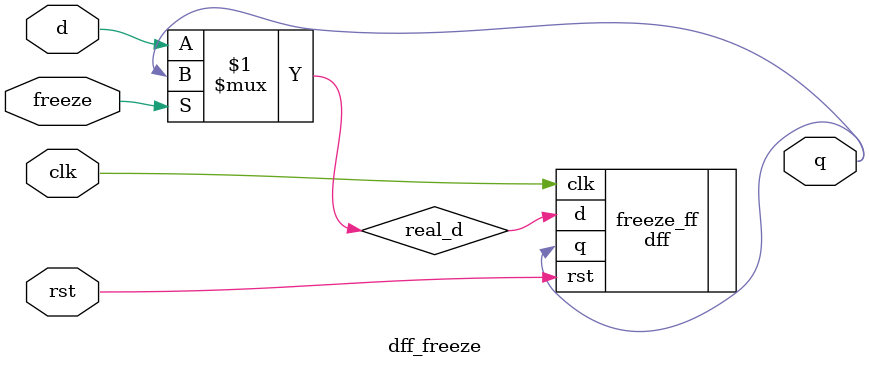
<source format=v>
module dff_freeze (
    output wire q,
    input wire d,
    input wire clk,
    input wire rst,
    input wire freeze
);

    wire real_d;

    // Logic to control the frozen state
    assign real_d = freeze ? q : d;

    // Instantiate a single D flip-flop
    dff freeze_ff (
        .clk(clk),
        .rst(rst),
        .d(real_d),
        .q(q)
    );

endmodule

</source>
